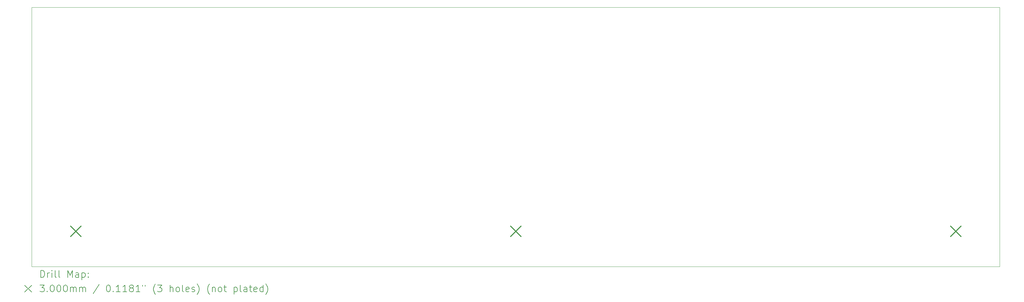
<source format=gbr>
%TF.GenerationSoftware,KiCad,Pcbnew,8.0.8*%
%TF.CreationDate,2025-04-26T15:59:32-07:00*%
%TF.ProjectId,Output Board,4f757470-7574-4204-926f-6172642e6b69,rev?*%
%TF.SameCoordinates,Original*%
%TF.FileFunction,Drillmap*%
%TF.FilePolarity,Positive*%
%FSLAX45Y45*%
G04 Gerber Fmt 4.5, Leading zero omitted, Abs format (unit mm)*
G04 Created by KiCad (PCBNEW 8.0.8) date 2025-04-26 15:59:32*
%MOMM*%
%LPD*%
G01*
G04 APERTURE LIST*
%ADD10C,0.050000*%
%ADD11C,0.200000*%
%ADD12C,0.300000*%
G04 APERTURE END LIST*
D10*
X34470000Y-10582000D02*
X34470000Y-3082000D01*
X34470000Y-3082000D02*
X6530000Y-3082000D01*
X6530000Y-10582000D02*
X6530000Y-3082000D01*
X6530000Y-10582000D02*
X34470000Y-10582000D01*
D11*
D12*
X7650000Y-9416000D02*
X7950000Y-9716000D01*
X7950000Y-9416000D02*
X7650000Y-9716000D01*
X20350000Y-9416000D02*
X20650000Y-9716000D01*
X20650000Y-9416000D02*
X20350000Y-9716000D01*
X33050000Y-9416000D02*
X33350000Y-9716000D01*
X33350000Y-9416000D02*
X33050000Y-9716000D01*
D11*
X6788277Y-10895984D02*
X6788277Y-10695984D01*
X6788277Y-10695984D02*
X6835896Y-10695984D01*
X6835896Y-10695984D02*
X6864467Y-10705508D01*
X6864467Y-10705508D02*
X6883515Y-10724555D01*
X6883515Y-10724555D02*
X6893039Y-10743603D01*
X6893039Y-10743603D02*
X6902562Y-10781698D01*
X6902562Y-10781698D02*
X6902562Y-10810270D01*
X6902562Y-10810270D02*
X6893039Y-10848365D01*
X6893039Y-10848365D02*
X6883515Y-10867412D01*
X6883515Y-10867412D02*
X6864467Y-10886460D01*
X6864467Y-10886460D02*
X6835896Y-10895984D01*
X6835896Y-10895984D02*
X6788277Y-10895984D01*
X6988277Y-10895984D02*
X6988277Y-10762650D01*
X6988277Y-10800746D02*
X6997801Y-10781698D01*
X6997801Y-10781698D02*
X7007324Y-10772174D01*
X7007324Y-10772174D02*
X7026372Y-10762650D01*
X7026372Y-10762650D02*
X7045420Y-10762650D01*
X7112086Y-10895984D02*
X7112086Y-10762650D01*
X7112086Y-10695984D02*
X7102562Y-10705508D01*
X7102562Y-10705508D02*
X7112086Y-10715031D01*
X7112086Y-10715031D02*
X7121610Y-10705508D01*
X7121610Y-10705508D02*
X7112086Y-10695984D01*
X7112086Y-10695984D02*
X7112086Y-10715031D01*
X7235896Y-10895984D02*
X7216848Y-10886460D01*
X7216848Y-10886460D02*
X7207324Y-10867412D01*
X7207324Y-10867412D02*
X7207324Y-10695984D01*
X7340658Y-10895984D02*
X7321610Y-10886460D01*
X7321610Y-10886460D02*
X7312086Y-10867412D01*
X7312086Y-10867412D02*
X7312086Y-10695984D01*
X7569229Y-10895984D02*
X7569229Y-10695984D01*
X7569229Y-10695984D02*
X7635896Y-10838841D01*
X7635896Y-10838841D02*
X7702562Y-10695984D01*
X7702562Y-10695984D02*
X7702562Y-10895984D01*
X7883515Y-10895984D02*
X7883515Y-10791222D01*
X7883515Y-10791222D02*
X7873991Y-10772174D01*
X7873991Y-10772174D02*
X7854943Y-10762650D01*
X7854943Y-10762650D02*
X7816848Y-10762650D01*
X7816848Y-10762650D02*
X7797801Y-10772174D01*
X7883515Y-10886460D02*
X7864467Y-10895984D01*
X7864467Y-10895984D02*
X7816848Y-10895984D01*
X7816848Y-10895984D02*
X7797801Y-10886460D01*
X7797801Y-10886460D02*
X7788277Y-10867412D01*
X7788277Y-10867412D02*
X7788277Y-10848365D01*
X7788277Y-10848365D02*
X7797801Y-10829317D01*
X7797801Y-10829317D02*
X7816848Y-10819793D01*
X7816848Y-10819793D02*
X7864467Y-10819793D01*
X7864467Y-10819793D02*
X7883515Y-10810270D01*
X7978753Y-10762650D02*
X7978753Y-10962650D01*
X7978753Y-10772174D02*
X7997801Y-10762650D01*
X7997801Y-10762650D02*
X8035896Y-10762650D01*
X8035896Y-10762650D02*
X8054943Y-10772174D01*
X8054943Y-10772174D02*
X8064467Y-10781698D01*
X8064467Y-10781698D02*
X8073991Y-10800746D01*
X8073991Y-10800746D02*
X8073991Y-10857889D01*
X8073991Y-10857889D02*
X8064467Y-10876936D01*
X8064467Y-10876936D02*
X8054943Y-10886460D01*
X8054943Y-10886460D02*
X8035896Y-10895984D01*
X8035896Y-10895984D02*
X7997801Y-10895984D01*
X7997801Y-10895984D02*
X7978753Y-10886460D01*
X8159705Y-10876936D02*
X8169229Y-10886460D01*
X8169229Y-10886460D02*
X8159705Y-10895984D01*
X8159705Y-10895984D02*
X8150182Y-10886460D01*
X8150182Y-10886460D02*
X8159705Y-10876936D01*
X8159705Y-10876936D02*
X8159705Y-10895984D01*
X8159705Y-10772174D02*
X8169229Y-10781698D01*
X8169229Y-10781698D02*
X8159705Y-10791222D01*
X8159705Y-10791222D02*
X8150182Y-10781698D01*
X8150182Y-10781698D02*
X8159705Y-10772174D01*
X8159705Y-10772174D02*
X8159705Y-10791222D01*
X6327500Y-11124500D02*
X6527500Y-11324500D01*
X6527500Y-11124500D02*
X6327500Y-11324500D01*
X6769229Y-11115984D02*
X6893039Y-11115984D01*
X6893039Y-11115984D02*
X6826372Y-11192174D01*
X6826372Y-11192174D02*
X6854943Y-11192174D01*
X6854943Y-11192174D02*
X6873991Y-11201698D01*
X6873991Y-11201698D02*
X6883515Y-11211222D01*
X6883515Y-11211222D02*
X6893039Y-11230269D01*
X6893039Y-11230269D02*
X6893039Y-11277888D01*
X6893039Y-11277888D02*
X6883515Y-11296936D01*
X6883515Y-11296936D02*
X6873991Y-11306460D01*
X6873991Y-11306460D02*
X6854943Y-11315984D01*
X6854943Y-11315984D02*
X6797801Y-11315984D01*
X6797801Y-11315984D02*
X6778753Y-11306460D01*
X6778753Y-11306460D02*
X6769229Y-11296936D01*
X6978753Y-11296936D02*
X6988277Y-11306460D01*
X6988277Y-11306460D02*
X6978753Y-11315984D01*
X6978753Y-11315984D02*
X6969229Y-11306460D01*
X6969229Y-11306460D02*
X6978753Y-11296936D01*
X6978753Y-11296936D02*
X6978753Y-11315984D01*
X7112086Y-11115984D02*
X7131134Y-11115984D01*
X7131134Y-11115984D02*
X7150182Y-11125508D01*
X7150182Y-11125508D02*
X7159705Y-11135031D01*
X7159705Y-11135031D02*
X7169229Y-11154079D01*
X7169229Y-11154079D02*
X7178753Y-11192174D01*
X7178753Y-11192174D02*
X7178753Y-11239793D01*
X7178753Y-11239793D02*
X7169229Y-11277888D01*
X7169229Y-11277888D02*
X7159705Y-11296936D01*
X7159705Y-11296936D02*
X7150182Y-11306460D01*
X7150182Y-11306460D02*
X7131134Y-11315984D01*
X7131134Y-11315984D02*
X7112086Y-11315984D01*
X7112086Y-11315984D02*
X7093039Y-11306460D01*
X7093039Y-11306460D02*
X7083515Y-11296936D01*
X7083515Y-11296936D02*
X7073991Y-11277888D01*
X7073991Y-11277888D02*
X7064467Y-11239793D01*
X7064467Y-11239793D02*
X7064467Y-11192174D01*
X7064467Y-11192174D02*
X7073991Y-11154079D01*
X7073991Y-11154079D02*
X7083515Y-11135031D01*
X7083515Y-11135031D02*
X7093039Y-11125508D01*
X7093039Y-11125508D02*
X7112086Y-11115984D01*
X7302562Y-11115984D02*
X7321610Y-11115984D01*
X7321610Y-11115984D02*
X7340658Y-11125508D01*
X7340658Y-11125508D02*
X7350182Y-11135031D01*
X7350182Y-11135031D02*
X7359705Y-11154079D01*
X7359705Y-11154079D02*
X7369229Y-11192174D01*
X7369229Y-11192174D02*
X7369229Y-11239793D01*
X7369229Y-11239793D02*
X7359705Y-11277888D01*
X7359705Y-11277888D02*
X7350182Y-11296936D01*
X7350182Y-11296936D02*
X7340658Y-11306460D01*
X7340658Y-11306460D02*
X7321610Y-11315984D01*
X7321610Y-11315984D02*
X7302562Y-11315984D01*
X7302562Y-11315984D02*
X7283515Y-11306460D01*
X7283515Y-11306460D02*
X7273991Y-11296936D01*
X7273991Y-11296936D02*
X7264467Y-11277888D01*
X7264467Y-11277888D02*
X7254943Y-11239793D01*
X7254943Y-11239793D02*
X7254943Y-11192174D01*
X7254943Y-11192174D02*
X7264467Y-11154079D01*
X7264467Y-11154079D02*
X7273991Y-11135031D01*
X7273991Y-11135031D02*
X7283515Y-11125508D01*
X7283515Y-11125508D02*
X7302562Y-11115984D01*
X7493039Y-11115984D02*
X7512086Y-11115984D01*
X7512086Y-11115984D02*
X7531134Y-11125508D01*
X7531134Y-11125508D02*
X7540658Y-11135031D01*
X7540658Y-11135031D02*
X7550182Y-11154079D01*
X7550182Y-11154079D02*
X7559705Y-11192174D01*
X7559705Y-11192174D02*
X7559705Y-11239793D01*
X7559705Y-11239793D02*
X7550182Y-11277888D01*
X7550182Y-11277888D02*
X7540658Y-11296936D01*
X7540658Y-11296936D02*
X7531134Y-11306460D01*
X7531134Y-11306460D02*
X7512086Y-11315984D01*
X7512086Y-11315984D02*
X7493039Y-11315984D01*
X7493039Y-11315984D02*
X7473991Y-11306460D01*
X7473991Y-11306460D02*
X7464467Y-11296936D01*
X7464467Y-11296936D02*
X7454943Y-11277888D01*
X7454943Y-11277888D02*
X7445420Y-11239793D01*
X7445420Y-11239793D02*
X7445420Y-11192174D01*
X7445420Y-11192174D02*
X7454943Y-11154079D01*
X7454943Y-11154079D02*
X7464467Y-11135031D01*
X7464467Y-11135031D02*
X7473991Y-11125508D01*
X7473991Y-11125508D02*
X7493039Y-11115984D01*
X7645420Y-11315984D02*
X7645420Y-11182650D01*
X7645420Y-11201698D02*
X7654943Y-11192174D01*
X7654943Y-11192174D02*
X7673991Y-11182650D01*
X7673991Y-11182650D02*
X7702563Y-11182650D01*
X7702563Y-11182650D02*
X7721610Y-11192174D01*
X7721610Y-11192174D02*
X7731134Y-11211222D01*
X7731134Y-11211222D02*
X7731134Y-11315984D01*
X7731134Y-11211222D02*
X7740658Y-11192174D01*
X7740658Y-11192174D02*
X7759705Y-11182650D01*
X7759705Y-11182650D02*
X7788277Y-11182650D01*
X7788277Y-11182650D02*
X7807324Y-11192174D01*
X7807324Y-11192174D02*
X7816848Y-11211222D01*
X7816848Y-11211222D02*
X7816848Y-11315984D01*
X7912086Y-11315984D02*
X7912086Y-11182650D01*
X7912086Y-11201698D02*
X7921610Y-11192174D01*
X7921610Y-11192174D02*
X7940658Y-11182650D01*
X7940658Y-11182650D02*
X7969229Y-11182650D01*
X7969229Y-11182650D02*
X7988277Y-11192174D01*
X7988277Y-11192174D02*
X7997801Y-11211222D01*
X7997801Y-11211222D02*
X7997801Y-11315984D01*
X7997801Y-11211222D02*
X8007324Y-11192174D01*
X8007324Y-11192174D02*
X8026372Y-11182650D01*
X8026372Y-11182650D02*
X8054943Y-11182650D01*
X8054943Y-11182650D02*
X8073991Y-11192174D01*
X8073991Y-11192174D02*
X8083515Y-11211222D01*
X8083515Y-11211222D02*
X8083515Y-11315984D01*
X8473991Y-11106460D02*
X8302563Y-11363603D01*
X8731134Y-11115984D02*
X8750182Y-11115984D01*
X8750182Y-11115984D02*
X8769229Y-11125508D01*
X8769229Y-11125508D02*
X8778753Y-11135031D01*
X8778753Y-11135031D02*
X8788277Y-11154079D01*
X8788277Y-11154079D02*
X8797801Y-11192174D01*
X8797801Y-11192174D02*
X8797801Y-11239793D01*
X8797801Y-11239793D02*
X8788277Y-11277888D01*
X8788277Y-11277888D02*
X8778753Y-11296936D01*
X8778753Y-11296936D02*
X8769229Y-11306460D01*
X8769229Y-11306460D02*
X8750182Y-11315984D01*
X8750182Y-11315984D02*
X8731134Y-11315984D01*
X8731134Y-11315984D02*
X8712087Y-11306460D01*
X8712087Y-11306460D02*
X8702563Y-11296936D01*
X8702563Y-11296936D02*
X8693039Y-11277888D01*
X8693039Y-11277888D02*
X8683515Y-11239793D01*
X8683515Y-11239793D02*
X8683515Y-11192174D01*
X8683515Y-11192174D02*
X8693039Y-11154079D01*
X8693039Y-11154079D02*
X8702563Y-11135031D01*
X8702563Y-11135031D02*
X8712087Y-11125508D01*
X8712087Y-11125508D02*
X8731134Y-11115984D01*
X8883515Y-11296936D02*
X8893039Y-11306460D01*
X8893039Y-11306460D02*
X8883515Y-11315984D01*
X8883515Y-11315984D02*
X8873991Y-11306460D01*
X8873991Y-11306460D02*
X8883515Y-11296936D01*
X8883515Y-11296936D02*
X8883515Y-11315984D01*
X9083515Y-11315984D02*
X8969229Y-11315984D01*
X9026372Y-11315984D02*
X9026372Y-11115984D01*
X9026372Y-11115984D02*
X9007325Y-11144555D01*
X9007325Y-11144555D02*
X8988277Y-11163603D01*
X8988277Y-11163603D02*
X8969229Y-11173127D01*
X9273991Y-11315984D02*
X9159706Y-11315984D01*
X9216848Y-11315984D02*
X9216848Y-11115984D01*
X9216848Y-11115984D02*
X9197801Y-11144555D01*
X9197801Y-11144555D02*
X9178753Y-11163603D01*
X9178753Y-11163603D02*
X9159706Y-11173127D01*
X9388277Y-11201698D02*
X9369229Y-11192174D01*
X9369229Y-11192174D02*
X9359706Y-11182650D01*
X9359706Y-11182650D02*
X9350182Y-11163603D01*
X9350182Y-11163603D02*
X9350182Y-11154079D01*
X9350182Y-11154079D02*
X9359706Y-11135031D01*
X9359706Y-11135031D02*
X9369229Y-11125508D01*
X9369229Y-11125508D02*
X9388277Y-11115984D01*
X9388277Y-11115984D02*
X9426372Y-11115984D01*
X9426372Y-11115984D02*
X9445420Y-11125508D01*
X9445420Y-11125508D02*
X9454944Y-11135031D01*
X9454944Y-11135031D02*
X9464468Y-11154079D01*
X9464468Y-11154079D02*
X9464468Y-11163603D01*
X9464468Y-11163603D02*
X9454944Y-11182650D01*
X9454944Y-11182650D02*
X9445420Y-11192174D01*
X9445420Y-11192174D02*
X9426372Y-11201698D01*
X9426372Y-11201698D02*
X9388277Y-11201698D01*
X9388277Y-11201698D02*
X9369229Y-11211222D01*
X9369229Y-11211222D02*
X9359706Y-11220746D01*
X9359706Y-11220746D02*
X9350182Y-11239793D01*
X9350182Y-11239793D02*
X9350182Y-11277888D01*
X9350182Y-11277888D02*
X9359706Y-11296936D01*
X9359706Y-11296936D02*
X9369229Y-11306460D01*
X9369229Y-11306460D02*
X9388277Y-11315984D01*
X9388277Y-11315984D02*
X9426372Y-11315984D01*
X9426372Y-11315984D02*
X9445420Y-11306460D01*
X9445420Y-11306460D02*
X9454944Y-11296936D01*
X9454944Y-11296936D02*
X9464468Y-11277888D01*
X9464468Y-11277888D02*
X9464468Y-11239793D01*
X9464468Y-11239793D02*
X9454944Y-11220746D01*
X9454944Y-11220746D02*
X9445420Y-11211222D01*
X9445420Y-11211222D02*
X9426372Y-11201698D01*
X9654944Y-11315984D02*
X9540658Y-11315984D01*
X9597801Y-11315984D02*
X9597801Y-11115984D01*
X9597801Y-11115984D02*
X9578753Y-11144555D01*
X9578753Y-11144555D02*
X9559706Y-11163603D01*
X9559706Y-11163603D02*
X9540658Y-11173127D01*
X9731134Y-11115984D02*
X9731134Y-11154079D01*
X9807325Y-11115984D02*
X9807325Y-11154079D01*
X10102563Y-11392174D02*
X10093039Y-11382650D01*
X10093039Y-11382650D02*
X10073991Y-11354079D01*
X10073991Y-11354079D02*
X10064468Y-11335031D01*
X10064468Y-11335031D02*
X10054944Y-11306460D01*
X10054944Y-11306460D02*
X10045420Y-11258841D01*
X10045420Y-11258841D02*
X10045420Y-11220746D01*
X10045420Y-11220746D02*
X10054944Y-11173127D01*
X10054944Y-11173127D02*
X10064468Y-11144555D01*
X10064468Y-11144555D02*
X10073991Y-11125508D01*
X10073991Y-11125508D02*
X10093039Y-11096936D01*
X10093039Y-11096936D02*
X10102563Y-11087412D01*
X10159706Y-11115984D02*
X10283515Y-11115984D01*
X10283515Y-11115984D02*
X10216849Y-11192174D01*
X10216849Y-11192174D02*
X10245420Y-11192174D01*
X10245420Y-11192174D02*
X10264468Y-11201698D01*
X10264468Y-11201698D02*
X10273991Y-11211222D01*
X10273991Y-11211222D02*
X10283515Y-11230269D01*
X10283515Y-11230269D02*
X10283515Y-11277888D01*
X10283515Y-11277888D02*
X10273991Y-11296936D01*
X10273991Y-11296936D02*
X10264468Y-11306460D01*
X10264468Y-11306460D02*
X10245420Y-11315984D01*
X10245420Y-11315984D02*
X10188277Y-11315984D01*
X10188277Y-11315984D02*
X10169230Y-11306460D01*
X10169230Y-11306460D02*
X10159706Y-11296936D01*
X10521611Y-11315984D02*
X10521611Y-11115984D01*
X10607325Y-11315984D02*
X10607325Y-11211222D01*
X10607325Y-11211222D02*
X10597801Y-11192174D01*
X10597801Y-11192174D02*
X10578753Y-11182650D01*
X10578753Y-11182650D02*
X10550182Y-11182650D01*
X10550182Y-11182650D02*
X10531134Y-11192174D01*
X10531134Y-11192174D02*
X10521611Y-11201698D01*
X10731134Y-11315984D02*
X10712087Y-11306460D01*
X10712087Y-11306460D02*
X10702563Y-11296936D01*
X10702563Y-11296936D02*
X10693039Y-11277888D01*
X10693039Y-11277888D02*
X10693039Y-11220746D01*
X10693039Y-11220746D02*
X10702563Y-11201698D01*
X10702563Y-11201698D02*
X10712087Y-11192174D01*
X10712087Y-11192174D02*
X10731134Y-11182650D01*
X10731134Y-11182650D02*
X10759706Y-11182650D01*
X10759706Y-11182650D02*
X10778753Y-11192174D01*
X10778753Y-11192174D02*
X10788277Y-11201698D01*
X10788277Y-11201698D02*
X10797801Y-11220746D01*
X10797801Y-11220746D02*
X10797801Y-11277888D01*
X10797801Y-11277888D02*
X10788277Y-11296936D01*
X10788277Y-11296936D02*
X10778753Y-11306460D01*
X10778753Y-11306460D02*
X10759706Y-11315984D01*
X10759706Y-11315984D02*
X10731134Y-11315984D01*
X10912087Y-11315984D02*
X10893039Y-11306460D01*
X10893039Y-11306460D02*
X10883515Y-11287412D01*
X10883515Y-11287412D02*
X10883515Y-11115984D01*
X11064468Y-11306460D02*
X11045420Y-11315984D01*
X11045420Y-11315984D02*
X11007325Y-11315984D01*
X11007325Y-11315984D02*
X10988277Y-11306460D01*
X10988277Y-11306460D02*
X10978753Y-11287412D01*
X10978753Y-11287412D02*
X10978753Y-11211222D01*
X10978753Y-11211222D02*
X10988277Y-11192174D01*
X10988277Y-11192174D02*
X11007325Y-11182650D01*
X11007325Y-11182650D02*
X11045420Y-11182650D01*
X11045420Y-11182650D02*
X11064468Y-11192174D01*
X11064468Y-11192174D02*
X11073992Y-11211222D01*
X11073992Y-11211222D02*
X11073992Y-11230269D01*
X11073992Y-11230269D02*
X10978753Y-11249317D01*
X11150182Y-11306460D02*
X11169230Y-11315984D01*
X11169230Y-11315984D02*
X11207325Y-11315984D01*
X11207325Y-11315984D02*
X11226372Y-11306460D01*
X11226372Y-11306460D02*
X11235896Y-11287412D01*
X11235896Y-11287412D02*
X11235896Y-11277888D01*
X11235896Y-11277888D02*
X11226372Y-11258841D01*
X11226372Y-11258841D02*
X11207325Y-11249317D01*
X11207325Y-11249317D02*
X11178753Y-11249317D01*
X11178753Y-11249317D02*
X11159706Y-11239793D01*
X11159706Y-11239793D02*
X11150182Y-11220746D01*
X11150182Y-11220746D02*
X11150182Y-11211222D01*
X11150182Y-11211222D02*
X11159706Y-11192174D01*
X11159706Y-11192174D02*
X11178753Y-11182650D01*
X11178753Y-11182650D02*
X11207325Y-11182650D01*
X11207325Y-11182650D02*
X11226372Y-11192174D01*
X11302563Y-11392174D02*
X11312087Y-11382650D01*
X11312087Y-11382650D02*
X11331134Y-11354079D01*
X11331134Y-11354079D02*
X11340658Y-11335031D01*
X11340658Y-11335031D02*
X11350182Y-11306460D01*
X11350182Y-11306460D02*
X11359706Y-11258841D01*
X11359706Y-11258841D02*
X11359706Y-11220746D01*
X11359706Y-11220746D02*
X11350182Y-11173127D01*
X11350182Y-11173127D02*
X11340658Y-11144555D01*
X11340658Y-11144555D02*
X11331134Y-11125508D01*
X11331134Y-11125508D02*
X11312087Y-11096936D01*
X11312087Y-11096936D02*
X11302563Y-11087412D01*
X11664468Y-11392174D02*
X11654944Y-11382650D01*
X11654944Y-11382650D02*
X11635896Y-11354079D01*
X11635896Y-11354079D02*
X11626372Y-11335031D01*
X11626372Y-11335031D02*
X11616849Y-11306460D01*
X11616849Y-11306460D02*
X11607325Y-11258841D01*
X11607325Y-11258841D02*
X11607325Y-11220746D01*
X11607325Y-11220746D02*
X11616849Y-11173127D01*
X11616849Y-11173127D02*
X11626372Y-11144555D01*
X11626372Y-11144555D02*
X11635896Y-11125508D01*
X11635896Y-11125508D02*
X11654944Y-11096936D01*
X11654944Y-11096936D02*
X11664468Y-11087412D01*
X11740658Y-11182650D02*
X11740658Y-11315984D01*
X11740658Y-11201698D02*
X11750182Y-11192174D01*
X11750182Y-11192174D02*
X11769230Y-11182650D01*
X11769230Y-11182650D02*
X11797801Y-11182650D01*
X11797801Y-11182650D02*
X11816849Y-11192174D01*
X11816849Y-11192174D02*
X11826372Y-11211222D01*
X11826372Y-11211222D02*
X11826372Y-11315984D01*
X11950182Y-11315984D02*
X11931134Y-11306460D01*
X11931134Y-11306460D02*
X11921611Y-11296936D01*
X11921611Y-11296936D02*
X11912087Y-11277888D01*
X11912087Y-11277888D02*
X11912087Y-11220746D01*
X11912087Y-11220746D02*
X11921611Y-11201698D01*
X11921611Y-11201698D02*
X11931134Y-11192174D01*
X11931134Y-11192174D02*
X11950182Y-11182650D01*
X11950182Y-11182650D02*
X11978753Y-11182650D01*
X11978753Y-11182650D02*
X11997801Y-11192174D01*
X11997801Y-11192174D02*
X12007325Y-11201698D01*
X12007325Y-11201698D02*
X12016849Y-11220746D01*
X12016849Y-11220746D02*
X12016849Y-11277888D01*
X12016849Y-11277888D02*
X12007325Y-11296936D01*
X12007325Y-11296936D02*
X11997801Y-11306460D01*
X11997801Y-11306460D02*
X11978753Y-11315984D01*
X11978753Y-11315984D02*
X11950182Y-11315984D01*
X12073992Y-11182650D02*
X12150182Y-11182650D01*
X12102563Y-11115984D02*
X12102563Y-11287412D01*
X12102563Y-11287412D02*
X12112087Y-11306460D01*
X12112087Y-11306460D02*
X12131134Y-11315984D01*
X12131134Y-11315984D02*
X12150182Y-11315984D01*
X12369230Y-11182650D02*
X12369230Y-11382650D01*
X12369230Y-11192174D02*
X12388277Y-11182650D01*
X12388277Y-11182650D02*
X12426373Y-11182650D01*
X12426373Y-11182650D02*
X12445420Y-11192174D01*
X12445420Y-11192174D02*
X12454944Y-11201698D01*
X12454944Y-11201698D02*
X12464468Y-11220746D01*
X12464468Y-11220746D02*
X12464468Y-11277888D01*
X12464468Y-11277888D02*
X12454944Y-11296936D01*
X12454944Y-11296936D02*
X12445420Y-11306460D01*
X12445420Y-11306460D02*
X12426373Y-11315984D01*
X12426373Y-11315984D02*
X12388277Y-11315984D01*
X12388277Y-11315984D02*
X12369230Y-11306460D01*
X12578753Y-11315984D02*
X12559706Y-11306460D01*
X12559706Y-11306460D02*
X12550182Y-11287412D01*
X12550182Y-11287412D02*
X12550182Y-11115984D01*
X12740658Y-11315984D02*
X12740658Y-11211222D01*
X12740658Y-11211222D02*
X12731134Y-11192174D01*
X12731134Y-11192174D02*
X12712087Y-11182650D01*
X12712087Y-11182650D02*
X12673992Y-11182650D01*
X12673992Y-11182650D02*
X12654944Y-11192174D01*
X12740658Y-11306460D02*
X12721611Y-11315984D01*
X12721611Y-11315984D02*
X12673992Y-11315984D01*
X12673992Y-11315984D02*
X12654944Y-11306460D01*
X12654944Y-11306460D02*
X12645420Y-11287412D01*
X12645420Y-11287412D02*
X12645420Y-11268365D01*
X12645420Y-11268365D02*
X12654944Y-11249317D01*
X12654944Y-11249317D02*
X12673992Y-11239793D01*
X12673992Y-11239793D02*
X12721611Y-11239793D01*
X12721611Y-11239793D02*
X12740658Y-11230269D01*
X12807325Y-11182650D02*
X12883515Y-11182650D01*
X12835896Y-11115984D02*
X12835896Y-11287412D01*
X12835896Y-11287412D02*
X12845420Y-11306460D01*
X12845420Y-11306460D02*
X12864468Y-11315984D01*
X12864468Y-11315984D02*
X12883515Y-11315984D01*
X13026373Y-11306460D02*
X13007325Y-11315984D01*
X13007325Y-11315984D02*
X12969230Y-11315984D01*
X12969230Y-11315984D02*
X12950182Y-11306460D01*
X12950182Y-11306460D02*
X12940658Y-11287412D01*
X12940658Y-11287412D02*
X12940658Y-11211222D01*
X12940658Y-11211222D02*
X12950182Y-11192174D01*
X12950182Y-11192174D02*
X12969230Y-11182650D01*
X12969230Y-11182650D02*
X13007325Y-11182650D01*
X13007325Y-11182650D02*
X13026373Y-11192174D01*
X13026373Y-11192174D02*
X13035896Y-11211222D01*
X13035896Y-11211222D02*
X13035896Y-11230269D01*
X13035896Y-11230269D02*
X12940658Y-11249317D01*
X13207325Y-11315984D02*
X13207325Y-11115984D01*
X13207325Y-11306460D02*
X13188277Y-11315984D01*
X13188277Y-11315984D02*
X13150182Y-11315984D01*
X13150182Y-11315984D02*
X13131134Y-11306460D01*
X13131134Y-11306460D02*
X13121611Y-11296936D01*
X13121611Y-11296936D02*
X13112087Y-11277888D01*
X13112087Y-11277888D02*
X13112087Y-11220746D01*
X13112087Y-11220746D02*
X13121611Y-11201698D01*
X13121611Y-11201698D02*
X13131134Y-11192174D01*
X13131134Y-11192174D02*
X13150182Y-11182650D01*
X13150182Y-11182650D02*
X13188277Y-11182650D01*
X13188277Y-11182650D02*
X13207325Y-11192174D01*
X13283515Y-11392174D02*
X13293039Y-11382650D01*
X13293039Y-11382650D02*
X13312087Y-11354079D01*
X13312087Y-11354079D02*
X13321611Y-11335031D01*
X13321611Y-11335031D02*
X13331134Y-11306460D01*
X13331134Y-11306460D02*
X13340658Y-11258841D01*
X13340658Y-11258841D02*
X13340658Y-11220746D01*
X13340658Y-11220746D02*
X13331134Y-11173127D01*
X13331134Y-11173127D02*
X13321611Y-11144555D01*
X13321611Y-11144555D02*
X13312087Y-11125508D01*
X13312087Y-11125508D02*
X13293039Y-11096936D01*
X13293039Y-11096936D02*
X13283515Y-11087412D01*
M02*

</source>
